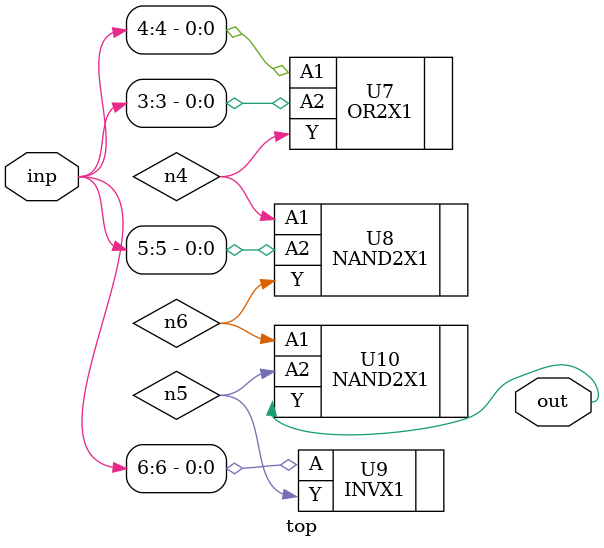
<source format=sv>


module top ( inp, out );
  input [6:0] inp;
  output out;
  wire   n4, n5, n6;

  OR2X1 U7 ( .A1(inp[4]), .A2(inp[3]), .Y(n4) );
  NAND2X1 U8 ( .A1(n4), .A2(inp[5]), .Y(n6) );
  INVX1 U9 ( .A(inp[6]), .Y(n5) );
  NAND2X1 U10 ( .A1(n6), .A2(n5), .Y(out) );
endmodule


</source>
